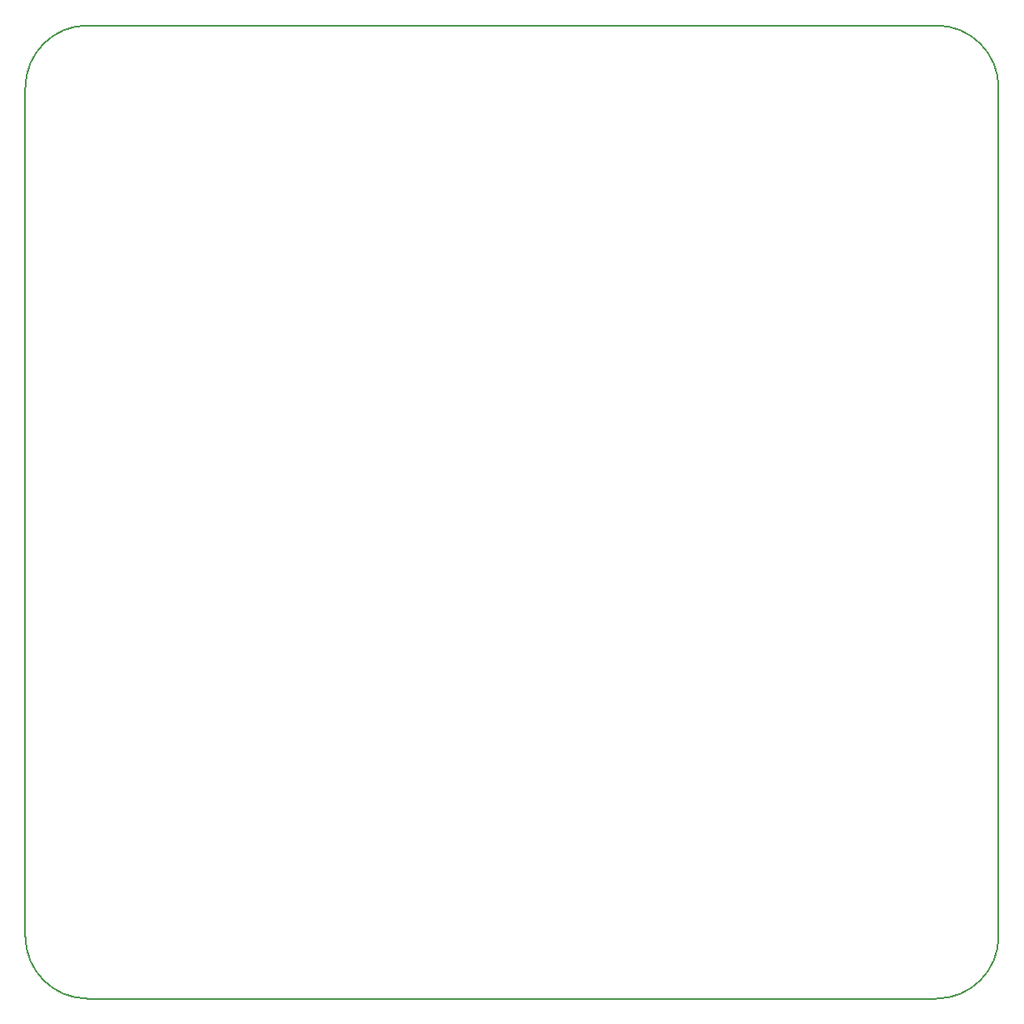
<source format=gm1>
G04 #@! TF.GenerationSoftware,KiCad,Pcbnew,5.99.0+really5.1.10+dfsg1-1*
G04 #@! TF.CreationDate,2022-04-29T12:02:54+03:00*
G04 #@! TF.ProjectId,TACNPR,5441434e-5052-42e6-9b69-6361645f7063,rev?*
G04 #@! TF.SameCoordinates,Original*
G04 #@! TF.FileFunction,Profile,NP*
%FSLAX46Y46*%
G04 Gerber Fmt 4.6, Leading zero omitted, Abs format (unit mm)*
G04 Created by KiCad (PCBNEW 5.99.0+really5.1.10+dfsg1-1) date 2022-04-29 12:02:54*
%MOMM*%
%LPD*%
G01*
G04 APERTURE LIST*
G04 #@! TA.AperFunction,Profile*
%ADD10C,0.200000*%
G04 #@! TD*
G04 APERTURE END LIST*
D10*
X181610000Y-135890000D02*
X95250000Y-135890000D01*
X187960000Y-43180000D02*
X187960000Y-129540000D01*
X95250000Y-36830000D02*
X181610000Y-36830000D01*
X88900000Y-129540000D02*
X88900000Y-43180000D01*
X95250000Y-135890000D02*
G75*
G02*
X88900000Y-129540000I0J6350000D01*
G01*
X187960000Y-129540000D02*
G75*
G02*
X181610000Y-135890000I-6350000J0D01*
G01*
X181610000Y-36830000D02*
G75*
G02*
X187960000Y-43180000I0J-6350000D01*
G01*
X88900000Y-43180000D02*
G75*
G02*
X95250000Y-36830000I6350000J0D01*
G01*
M02*

</source>
